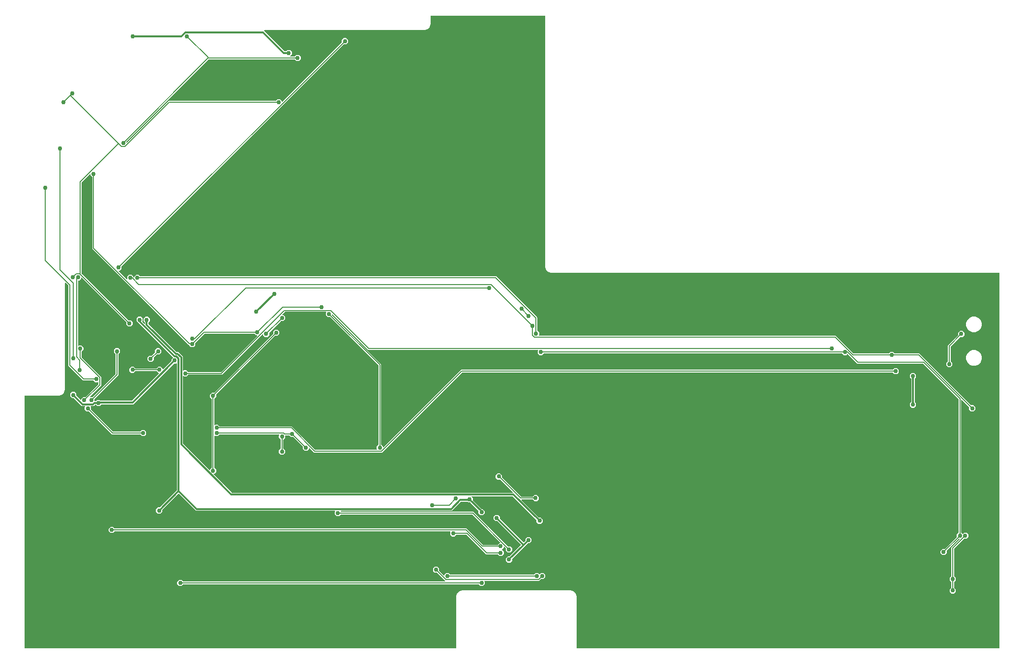
<source format=gbr>
G04 EAGLE Gerber RS-274X export*
G75*
%MOMM*%
%FSLAX34Y34*%
%LPD*%
%INBottom Copper*%
%IPPOS*%
%AMOC8*
5,1,8,0,0,1.08239X$1,22.5*%
G01*
G04 Define Apertures*
%ADD10C,0.152400*%
%ADD11C,0.756400*%
%ADD12C,0.300000*%
G36*
X755875Y12720D02*
X755578Y12660D01*
X13422Y12660D01*
X13147Y12711D01*
X12892Y12875D01*
X12720Y13125D01*
X12660Y13422D01*
X12660Y446578D01*
X12711Y446853D01*
X12875Y447108D01*
X13125Y447280D01*
X13422Y447340D01*
X72518Y447340D01*
X77171Y449267D01*
X80733Y452829D01*
X82660Y457482D01*
X82660Y641501D01*
X82707Y641765D01*
X82866Y642023D01*
X83114Y642198D01*
X83410Y642263D01*
X83708Y642208D01*
X83961Y642040D01*
X88169Y637832D01*
X88332Y637591D01*
X88392Y637293D01*
X88392Y498925D01*
X113353Y473964D01*
X130865Y473964D01*
X131151Y473908D01*
X131403Y473741D01*
X134200Y470944D01*
X138596Y470944D01*
X138907Y471255D01*
X139127Y471408D01*
X139422Y471478D01*
X139721Y471427D01*
X139976Y471264D01*
X140148Y471014D01*
X140208Y470717D01*
X140208Y467607D01*
X140152Y467321D01*
X139985Y467068D01*
X118120Y445203D01*
X117879Y445040D01*
X117581Y444980D01*
X113626Y444980D01*
X110518Y441872D01*
X110518Y441190D01*
X110471Y440927D01*
X110312Y440669D01*
X110064Y440493D01*
X109768Y440428D01*
X109470Y440484D01*
X109217Y440651D01*
X102303Y447565D01*
X102140Y447807D01*
X102080Y448104D01*
X102080Y451016D01*
X98972Y454124D01*
X94576Y454124D01*
X91468Y451016D01*
X91468Y446620D01*
X94576Y443512D01*
X97488Y443512D01*
X97774Y443456D01*
X98027Y443289D01*
X111523Y429792D01*
X116411Y429792D01*
X116674Y429745D01*
X116932Y429586D01*
X117107Y429338D01*
X117172Y429042D01*
X117117Y428744D01*
X116949Y428491D01*
X116614Y428156D01*
X116614Y423760D01*
X119722Y420652D01*
X123677Y420652D01*
X123963Y420596D01*
X124216Y420429D01*
X163645Y381000D01*
X211637Y381000D01*
X211923Y380944D01*
X212175Y380777D01*
X214972Y377980D01*
X219368Y377980D01*
X222476Y381088D01*
X222476Y385484D01*
X219368Y388592D01*
X214972Y388592D01*
X212175Y385795D01*
X211934Y385632D01*
X211637Y385572D01*
X165855Y385572D01*
X165569Y385628D01*
X165316Y385795D01*
X127449Y423662D01*
X127286Y423903D01*
X127226Y424201D01*
X127226Y428156D01*
X126891Y428491D01*
X126738Y428711D01*
X126668Y429006D01*
X126719Y429305D01*
X126882Y429560D01*
X127132Y429732D01*
X127429Y429792D01*
X132317Y429792D01*
X134379Y431855D01*
X134621Y432018D01*
X134918Y432078D01*
X135413Y432078D01*
X135699Y432022D01*
X135951Y431855D01*
X138010Y429796D01*
X142406Y429796D01*
X145227Y432617D01*
X145468Y432780D01*
X145765Y432840D01*
X200135Y432840D01*
X270019Y502725D01*
X270261Y502888D01*
X270558Y502948D01*
X273470Y502948D01*
X273805Y503283D01*
X274025Y503436D01*
X274320Y503506D01*
X274619Y503455D01*
X274874Y503292D01*
X275046Y503042D01*
X275106Y502745D01*
X275106Y285032D01*
X275050Y284746D01*
X274883Y284493D01*
X245855Y255465D01*
X245613Y255302D01*
X245316Y255242D01*
X242404Y255242D01*
X239296Y252134D01*
X239296Y247738D01*
X242404Y244630D01*
X246800Y244630D01*
X249908Y247738D01*
X249908Y250650D01*
X249964Y250936D01*
X250131Y251189D01*
X277591Y278649D01*
X277822Y278807D01*
X278118Y278872D01*
X278416Y278816D01*
X278669Y278649D01*
X308119Y249198D01*
X546941Y249198D01*
X547204Y249151D01*
X547462Y248992D01*
X547637Y248744D01*
X547702Y248448D01*
X547647Y248150D01*
X547479Y247897D01*
X547144Y247562D01*
X547144Y243166D01*
X550252Y240058D01*
X554648Y240058D01*
X557445Y242855D01*
X557686Y243018D01*
X557983Y243078D01*
X783597Y243078D01*
X783883Y243022D01*
X784136Y242855D01*
X832170Y194821D01*
X832323Y194601D01*
X832393Y194306D01*
X832342Y194007D01*
X832179Y193752D01*
X831929Y193580D01*
X831631Y193520D01*
X830668Y193520D01*
X827871Y190723D01*
X827630Y190560D01*
X827333Y190500D01*
X802887Y190500D01*
X802601Y190556D01*
X802348Y190723D01*
X774377Y218694D01*
X168601Y218694D01*
X168315Y218750D01*
X168063Y218917D01*
X165266Y221714D01*
X160870Y221714D01*
X157762Y218606D01*
X157762Y214210D01*
X160870Y211102D01*
X165266Y211102D01*
X168063Y213899D01*
X168304Y214062D01*
X168601Y214122D01*
X745799Y214122D01*
X746062Y214075D01*
X746320Y213916D01*
X746495Y213668D01*
X746560Y213372D01*
X746505Y213074D01*
X746337Y212821D01*
X746026Y212510D01*
X746026Y208114D01*
X749134Y205006D01*
X753530Y205006D01*
X756327Y207803D01*
X756568Y207966D01*
X756865Y208026D01*
X773691Y208026D01*
X773977Y207970D01*
X774230Y207803D01*
X807535Y174498D01*
X827333Y174498D01*
X827619Y174442D01*
X827871Y174275D01*
X830668Y171478D01*
X835064Y171478D01*
X838172Y174586D01*
X838172Y178982D01*
X835194Y181960D01*
X835036Y182191D01*
X834971Y182487D01*
X835026Y182785D01*
X835194Y183038D01*
X838172Y186016D01*
X838172Y186979D01*
X838219Y187243D01*
X838378Y187501D01*
X838626Y187676D01*
X838922Y187741D01*
X839220Y187686D01*
X839473Y187518D01*
X841815Y185176D01*
X841978Y184935D01*
X842038Y184637D01*
X842038Y180682D01*
X845146Y177574D01*
X849542Y177574D01*
X852650Y180682D01*
X852650Y185078D01*
X849542Y188186D01*
X845587Y188186D01*
X845301Y188242D01*
X845048Y188409D01*
X785807Y247650D01*
X557983Y247650D01*
X557697Y247706D01*
X557445Y247873D01*
X557421Y247897D01*
X557268Y248117D01*
X557198Y248412D01*
X557249Y248711D01*
X557412Y248966D01*
X557662Y249138D01*
X557959Y249198D01*
X748775Y249198D01*
X764553Y264977D01*
X764795Y265140D01*
X765092Y265200D01*
X775493Y265200D01*
X775779Y265144D01*
X776031Y264977D01*
X777328Y263680D01*
X780240Y263680D01*
X780526Y263624D01*
X780779Y263457D01*
X794571Y249665D01*
X794734Y249423D01*
X794794Y249126D01*
X794794Y244690D01*
X797902Y241582D01*
X802298Y241582D01*
X805406Y244690D01*
X805406Y249086D01*
X802298Y252194D01*
X800910Y252194D01*
X800624Y252250D01*
X800371Y252417D01*
X785055Y267733D01*
X784892Y267975D01*
X784832Y268272D01*
X784832Y271184D01*
X782973Y273043D01*
X782820Y273263D01*
X782750Y273558D01*
X782801Y273857D01*
X782964Y274112D01*
X783214Y274284D01*
X783511Y274344D01*
X853396Y274344D01*
X853682Y274288D01*
X853935Y274121D01*
X894393Y233663D01*
X894556Y233421D01*
X894616Y233124D01*
X894616Y230212D01*
X897724Y227104D01*
X902120Y227104D01*
X905228Y230212D01*
X905228Y234608D01*
X902120Y237716D01*
X899208Y237716D01*
X898922Y237772D01*
X898669Y237939D01*
X868923Y267685D01*
X868770Y267905D01*
X868701Y268200D01*
X868751Y268499D01*
X868915Y268754D01*
X869165Y268926D01*
X869462Y268986D01*
X887531Y268986D01*
X887817Y268930D01*
X888069Y268763D01*
X890866Y265966D01*
X895262Y265966D01*
X898370Y269074D01*
X898370Y273470D01*
X895262Y276578D01*
X890866Y276578D01*
X888069Y273781D01*
X887828Y273618D01*
X887531Y273558D01*
X868419Y273558D01*
X868133Y273614D01*
X867880Y273781D01*
X835347Y306314D01*
X835184Y306555D01*
X835124Y306853D01*
X835124Y310808D01*
X832016Y313916D01*
X827620Y313916D01*
X824512Y310808D01*
X824512Y306412D01*
X827620Y303304D01*
X831575Y303304D01*
X831861Y303248D01*
X832114Y303081D01*
X853502Y281693D01*
X853655Y281473D01*
X853725Y281178D01*
X853674Y280879D01*
X853511Y280624D01*
X853261Y280452D01*
X852963Y280392D01*
X370376Y280392D01*
X370090Y280448D01*
X369837Y280615D01*
X338543Y311909D01*
X338390Y312129D01*
X338321Y312424D01*
X338371Y312723D01*
X338535Y312978D01*
X338785Y313150D01*
X339082Y313210D01*
X339764Y313210D01*
X342872Y316318D01*
X342872Y320714D01*
X340075Y323511D01*
X339912Y323752D01*
X339852Y324049D01*
X339852Y377753D01*
X339899Y378016D01*
X340058Y378274D01*
X340306Y378449D01*
X340602Y378514D01*
X340900Y378459D01*
X341153Y378291D01*
X341464Y377980D01*
X345860Y377980D01*
X348657Y380777D01*
X348898Y380940D01*
X349195Y381000D01*
X450905Y381000D01*
X451168Y380953D01*
X451426Y380794D01*
X451601Y380546D01*
X451666Y380250D01*
X451611Y379952D01*
X451443Y379699D01*
X451132Y379388D01*
X451132Y374992D01*
X453929Y372195D01*
X454092Y371954D01*
X454152Y371657D01*
X454152Y356815D01*
X454096Y356529D01*
X453929Y356277D01*
X451132Y353480D01*
X451132Y349084D01*
X454240Y345976D01*
X458636Y345976D01*
X461744Y349084D01*
X461744Y353480D01*
X458947Y356277D01*
X458784Y356518D01*
X458724Y356815D01*
X458724Y371657D01*
X458780Y371943D01*
X458947Y372195D01*
X461744Y374992D01*
X461744Y378714D01*
X461795Y378989D01*
X461959Y379244D01*
X462209Y379416D01*
X462506Y379476D01*
X468431Y379476D01*
X468717Y379420D01*
X468969Y379253D01*
X471766Y376456D01*
X475721Y376456D01*
X476007Y376400D01*
X476260Y376233D01*
X492057Y360436D01*
X492220Y360195D01*
X492280Y359897D01*
X492280Y355942D01*
X495388Y352834D01*
X499784Y352834D01*
X502892Y355942D01*
X502892Y356905D01*
X502939Y357169D01*
X503098Y357427D01*
X503346Y357602D01*
X503642Y357667D01*
X503940Y357612D01*
X504193Y357444D01*
X511879Y349758D01*
X628835Y349758D01*
X766534Y487457D01*
X766775Y487620D01*
X767073Y487680D01*
X1507799Y487680D01*
X1508085Y487624D01*
X1508337Y487457D01*
X1511134Y484660D01*
X1515530Y484660D01*
X1518638Y487768D01*
X1518638Y492164D01*
X1515530Y495272D01*
X1511134Y495272D01*
X1508337Y492475D01*
X1508096Y492312D01*
X1507799Y492252D01*
X764863Y492252D01*
X631447Y358836D01*
X631227Y358683D01*
X630932Y358613D01*
X630633Y358664D01*
X630378Y358827D01*
X630206Y359077D01*
X630146Y359375D01*
X630146Y360338D01*
X627349Y363135D01*
X627186Y363376D01*
X627126Y363673D01*
X627126Y501581D01*
X542739Y585968D01*
X542576Y586209D01*
X542516Y586507D01*
X542516Y587029D01*
X542563Y587293D01*
X542722Y587551D01*
X542970Y587726D01*
X543266Y587791D01*
X543564Y587736D01*
X543817Y587568D01*
X604843Y526542D01*
X896675Y526542D01*
X896938Y526495D01*
X897196Y526336D01*
X897371Y526088D01*
X897436Y525792D01*
X897381Y525494D01*
X897213Y525241D01*
X896902Y524930D01*
X896902Y520534D01*
X900010Y517426D01*
X904406Y517426D01*
X907203Y520223D01*
X907444Y520386D01*
X907741Y520446D01*
X1420169Y520446D01*
X1420455Y520390D01*
X1420707Y520223D01*
X1423504Y517426D01*
X1427900Y517426D01*
X1429585Y519111D01*
X1429815Y519269D01*
X1430111Y519334D01*
X1430409Y519278D01*
X1430662Y519111D01*
X1446853Y502920D01*
X1560075Y502920D01*
X1560361Y502864D01*
X1560614Y502697D01*
X1621313Y441998D01*
X1621476Y441757D01*
X1621536Y441459D01*
X1621536Y212035D01*
X1621480Y211749D01*
X1621313Y211497D01*
X1618516Y208700D01*
X1618516Y204745D01*
X1618460Y204459D01*
X1618293Y204206D01*
X1597924Y183837D01*
X1597683Y183674D01*
X1597385Y183614D01*
X1593430Y183614D01*
X1590322Y180506D01*
X1590322Y176110D01*
X1593430Y173002D01*
X1597826Y173002D01*
X1600934Y176110D01*
X1600934Y180065D01*
X1600990Y180351D01*
X1601157Y180604D01*
X1621526Y200973D01*
X1621767Y201136D01*
X1622065Y201196D01*
X1622587Y201196D01*
X1622851Y201149D01*
X1623109Y200990D01*
X1623284Y200742D01*
X1623349Y200446D01*
X1623294Y200148D01*
X1623126Y199895D01*
X1609344Y186113D01*
X1609344Y137359D01*
X1609288Y137073D01*
X1609121Y136821D01*
X1606324Y134024D01*
X1606324Y129628D01*
X1609121Y126831D01*
X1609284Y126590D01*
X1609344Y126293D01*
X1609344Y117547D01*
X1609288Y117261D01*
X1609121Y117009D01*
X1606324Y114212D01*
X1606324Y109816D01*
X1609432Y106708D01*
X1613828Y106708D01*
X1616936Y109816D01*
X1616936Y114212D01*
X1614139Y117009D01*
X1613976Y117250D01*
X1613916Y117547D01*
X1613916Y126293D01*
X1613972Y126579D01*
X1614139Y126831D01*
X1616936Y129628D01*
X1616936Y134024D01*
X1614139Y136821D01*
X1613976Y137062D01*
X1613916Y137359D01*
X1613916Y183903D01*
X1613972Y184189D01*
X1614139Y184442D01*
X1630670Y200973D01*
X1630911Y201136D01*
X1631209Y201196D01*
X1635164Y201196D01*
X1638272Y204304D01*
X1638272Y208700D01*
X1635164Y211808D01*
X1630768Y211808D01*
X1628933Y209973D01*
X1628702Y209815D01*
X1628406Y209750D01*
X1628108Y209805D01*
X1627855Y209973D01*
X1626331Y211497D01*
X1626168Y211738D01*
X1626108Y212035D01*
X1626108Y439935D01*
X1626155Y440199D01*
X1626314Y440457D01*
X1626562Y440632D01*
X1626858Y440697D01*
X1627156Y440642D01*
X1627409Y440474D01*
X1639629Y428254D01*
X1639792Y428013D01*
X1639852Y427715D01*
X1639852Y423760D01*
X1642960Y420652D01*
X1647356Y420652D01*
X1650464Y423760D01*
X1650464Y428156D01*
X1647356Y431264D01*
X1643401Y431264D01*
X1643115Y431320D01*
X1642862Y431487D01*
X1553903Y520446D01*
X1512007Y520446D01*
X1511721Y520502D01*
X1511469Y520669D01*
X1508672Y523466D01*
X1504276Y523466D01*
X1501479Y520669D01*
X1501238Y520506D01*
X1500941Y520446D01*
X1440681Y520446D01*
X1440395Y520502D01*
X1440142Y520669D01*
X1409885Y550926D01*
X899359Y550926D01*
X899096Y550973D01*
X898838Y551132D01*
X898663Y551380D01*
X898598Y551676D01*
X898653Y551974D01*
X898821Y552227D01*
X899132Y552538D01*
X899132Y556934D01*
X896335Y559731D01*
X896172Y559972D01*
X896112Y560269D01*
X896112Y582353D01*
X825431Y653034D01*
X212797Y653034D01*
X212511Y653090D01*
X212259Y653257D01*
X209462Y656054D01*
X205066Y656054D01*
X201958Y652946D01*
X201958Y651983D01*
X201911Y651719D01*
X201752Y651461D01*
X201504Y651286D01*
X201208Y651221D01*
X200910Y651276D01*
X200657Y651444D01*
X200601Y651500D01*
X200438Y651741D01*
X200378Y652039D01*
X200378Y652946D01*
X197270Y656054D01*
X192874Y656054D01*
X189766Y652946D01*
X189766Y648935D01*
X189719Y648671D01*
X189560Y648413D01*
X189312Y648238D01*
X189016Y648173D01*
X188718Y648228D01*
X188465Y648396D01*
X175194Y661667D01*
X175041Y661887D01*
X174971Y662182D01*
X175022Y662481D01*
X175185Y662736D01*
X175435Y662908D01*
X175733Y662968D01*
X176696Y662968D01*
X179804Y666076D01*
X179804Y670031D01*
X179860Y670317D01*
X180027Y670570D01*
X562346Y1052889D01*
X562587Y1053052D01*
X562885Y1053112D01*
X566840Y1053112D01*
X569948Y1056220D01*
X569948Y1060616D01*
X566840Y1063724D01*
X562444Y1063724D01*
X559336Y1060616D01*
X559336Y1056661D01*
X559280Y1056375D01*
X559113Y1056122D01*
X456949Y953958D01*
X456729Y953805D01*
X456434Y953735D01*
X456135Y953786D01*
X455880Y953949D01*
X455708Y954199D01*
X455648Y954497D01*
X455648Y955460D01*
X452540Y958568D01*
X448144Y958568D01*
X445347Y955771D01*
X445106Y955608D01*
X444809Y955548D01*
X261181Y955548D01*
X189487Y883854D01*
X189267Y883701D01*
X188972Y883631D01*
X188673Y883682D01*
X188418Y883845D01*
X188246Y884095D01*
X188186Y884393D01*
X188186Y884915D01*
X188242Y885201D01*
X188409Y885454D01*
X329908Y1026953D01*
X330149Y1027116D01*
X330447Y1027176D01*
X477575Y1027176D01*
X477861Y1027120D01*
X478113Y1026953D01*
X480910Y1024156D01*
X485306Y1024156D01*
X488414Y1027264D01*
X488414Y1031660D01*
X485306Y1034768D01*
X480910Y1034768D01*
X478113Y1031971D01*
X477872Y1031808D01*
X477575Y1031748D01*
X471115Y1031748D01*
X470852Y1031795D01*
X470594Y1031954D01*
X470419Y1032202D01*
X470354Y1032498D01*
X470409Y1032796D01*
X470577Y1033049D01*
X473174Y1035646D01*
X473174Y1040042D01*
X470066Y1043150D01*
X465670Y1043150D01*
X463611Y1041091D01*
X463370Y1040928D01*
X463073Y1040868D01*
X461054Y1040868D01*
X460768Y1040924D01*
X460515Y1041091D01*
X425567Y1076039D01*
X425414Y1076259D01*
X425345Y1076554D01*
X425395Y1076853D01*
X425559Y1077108D01*
X425809Y1077280D01*
X426106Y1077340D01*
X702518Y1077340D01*
X707171Y1079267D01*
X710733Y1082829D01*
X712660Y1087482D01*
X712660Y1101578D01*
X712711Y1101853D01*
X712875Y1102108D01*
X713125Y1102280D01*
X713422Y1102340D01*
X908578Y1102340D01*
X908853Y1102289D01*
X909108Y1102125D01*
X909280Y1101875D01*
X909340Y1101578D01*
X909340Y669482D01*
X911267Y664829D01*
X914829Y661267D01*
X919482Y659340D01*
X1691578Y659340D01*
X1691853Y659289D01*
X1692108Y659125D01*
X1692280Y658875D01*
X1692340Y658578D01*
X1692340Y13422D01*
X1692289Y13147D01*
X1692125Y12892D01*
X1691875Y12720D01*
X1691578Y12660D01*
X964422Y12660D01*
X964147Y12711D01*
X963892Y12875D01*
X963720Y13125D01*
X963660Y13422D01*
X963660Y102518D01*
X961733Y107171D01*
X958171Y110733D01*
X953518Y112660D01*
X766482Y112660D01*
X761829Y110733D01*
X758267Y107171D01*
X756340Y102518D01*
X756340Y13422D01*
X756289Y13147D01*
X756125Y12892D01*
X755875Y12720D01*
G37*
%LPC*%
G36*
X1645373Y557090D02*
X1650707Y557090D01*
X1655636Y559132D01*
X1659408Y562904D01*
X1661450Y567833D01*
X1661450Y573167D01*
X1659408Y578096D01*
X1655636Y581868D01*
X1650707Y583910D01*
X1645373Y583910D01*
X1640444Y581868D01*
X1636672Y578096D01*
X1634630Y573167D01*
X1634630Y567833D01*
X1636672Y562904D01*
X1640444Y559132D01*
X1645373Y557090D01*
G37*
G36*
X1603336Y496852D02*
X1607732Y496852D01*
X1610840Y499960D01*
X1610840Y504356D01*
X1608043Y507153D01*
X1607880Y507394D01*
X1607820Y507691D01*
X1607820Y532137D01*
X1607876Y532423D01*
X1608043Y532676D01*
X1623812Y548445D01*
X1624053Y548608D01*
X1624351Y548668D01*
X1628306Y548668D01*
X1631414Y551776D01*
X1631414Y556172D01*
X1628306Y559280D01*
X1623910Y559280D01*
X1620802Y556172D01*
X1620802Y552217D01*
X1620746Y551931D01*
X1620579Y551678D01*
X1603248Y534347D01*
X1603248Y507691D01*
X1603192Y507405D01*
X1603025Y507153D01*
X1600228Y504356D01*
X1600228Y499960D01*
X1603336Y496852D01*
G37*
G36*
X1645373Y499290D02*
X1650707Y499290D01*
X1655636Y501332D01*
X1659408Y505104D01*
X1661450Y510033D01*
X1661450Y515367D01*
X1659408Y520296D01*
X1655636Y524068D01*
X1650707Y526110D01*
X1645373Y526110D01*
X1640444Y524068D01*
X1636672Y520296D01*
X1634630Y515367D01*
X1634630Y510033D01*
X1636672Y505104D01*
X1640444Y501332D01*
X1645373Y499290D01*
G37*
G36*
X1540852Y426748D02*
X1545248Y426748D01*
X1548356Y429856D01*
X1548356Y434252D01*
X1546297Y436311D01*
X1546134Y436552D01*
X1546074Y436849D01*
X1546074Y476789D01*
X1546130Y477075D01*
X1546297Y477327D01*
X1548356Y479386D01*
X1548356Y483782D01*
X1545248Y486890D01*
X1540852Y486890D01*
X1537744Y483782D01*
X1537744Y479386D01*
X1539803Y477327D01*
X1539966Y477086D01*
X1540026Y476789D01*
X1540026Y436849D01*
X1539970Y436563D01*
X1539803Y436311D01*
X1537744Y434252D01*
X1537744Y429856D01*
X1540852Y426748D01*
G37*
G36*
X845146Y160048D02*
X849542Y160048D01*
X852650Y163156D01*
X852650Y166068D01*
X852706Y166354D01*
X852873Y166607D01*
X879619Y193353D01*
X879861Y193516D01*
X880158Y193576D01*
X883070Y193576D01*
X886178Y196684D01*
X886178Y201080D01*
X883070Y204188D01*
X878674Y204188D01*
X875566Y201080D01*
X875566Y198168D01*
X875510Y197882D01*
X875343Y197629D01*
X873029Y195315D01*
X872798Y195157D01*
X872502Y195092D01*
X872204Y195148D01*
X871951Y195315D01*
X831537Y235729D01*
X831374Y235971D01*
X831314Y236268D01*
X831314Y239180D01*
X828206Y242288D01*
X823810Y242288D01*
X820702Y239180D01*
X820702Y234784D01*
X823810Y231676D01*
X826722Y231676D01*
X827008Y231620D01*
X827261Y231453D01*
X867675Y191039D01*
X867833Y190808D01*
X867898Y190512D01*
X867842Y190214D01*
X867675Y189961D01*
X848597Y170883D01*
X848355Y170720D01*
X848058Y170660D01*
X845146Y170660D01*
X842038Y167552D01*
X842038Y163156D01*
X845146Y160048D01*
G37*
G36*
X278980Y119662D02*
X283376Y119662D01*
X286173Y122459D01*
X286414Y122622D01*
X286711Y122682D01*
X794567Y122682D01*
X794853Y122626D01*
X795105Y122459D01*
X797902Y119662D01*
X802298Y119662D01*
X805406Y122770D01*
X805406Y127166D01*
X805095Y127477D01*
X804942Y127697D01*
X804872Y127992D01*
X804923Y128291D01*
X805086Y128546D01*
X805336Y128718D01*
X805633Y128778D01*
X899345Y128778D01*
X902198Y131631D01*
X902439Y131794D01*
X902737Y131854D01*
X906692Y131854D01*
X909800Y134962D01*
X909800Y139358D01*
X906692Y142466D01*
X902296Y142466D01*
X900461Y140631D01*
X900230Y140473D01*
X899934Y140408D01*
X899636Y140463D01*
X899383Y140631D01*
X897548Y142466D01*
X893152Y142466D01*
X890355Y139669D01*
X890114Y139506D01*
X889817Y139446D01*
X746959Y139446D01*
X746673Y139502D01*
X746421Y139669D01*
X743624Y142466D01*
X739228Y142466D01*
X736120Y139358D01*
X736120Y138395D01*
X736073Y138131D01*
X735914Y137873D01*
X735666Y137698D01*
X735370Y137633D01*
X735072Y137688D01*
X734819Y137856D01*
X727143Y145532D01*
X726980Y145773D01*
X726920Y146071D01*
X726920Y150026D01*
X723812Y153134D01*
X719416Y153134D01*
X716308Y150026D01*
X716308Y145630D01*
X719416Y142522D01*
X723371Y142522D01*
X723657Y142466D01*
X723910Y142299D01*
X737654Y128555D01*
X737807Y128335D01*
X737877Y128040D01*
X737826Y127741D01*
X737663Y127486D01*
X737413Y127314D01*
X737115Y127254D01*
X286711Y127254D01*
X286425Y127310D01*
X286173Y127477D01*
X283376Y130274D01*
X278980Y130274D01*
X275872Y127166D01*
X275872Y122770D01*
X278980Y119662D01*
G37*
%LPD*%
G36*
X135710Y438186D02*
X135413Y438126D01*
X134084Y438126D01*
X133809Y438177D01*
X133554Y438341D01*
X133382Y438591D01*
X133322Y438888D01*
X133322Y441431D01*
X133378Y441717D01*
X133545Y441970D01*
X174498Y482923D01*
X174498Y518723D01*
X174554Y519009D01*
X174721Y519261D01*
X177518Y522058D01*
X177518Y526454D01*
X174410Y529562D01*
X170014Y529562D01*
X166906Y526454D01*
X166906Y522058D01*
X169703Y519261D01*
X169866Y519020D01*
X169926Y518723D01*
X169926Y485133D01*
X169870Y484847D01*
X169703Y484594D01*
X130312Y445203D01*
X130071Y445040D01*
X129773Y444980D01*
X126203Y444980D01*
X125939Y445027D01*
X125681Y445186D01*
X125506Y445434D01*
X125441Y445730D01*
X125496Y446028D01*
X125664Y446281D01*
X144780Y465397D01*
X144780Y480245D01*
X111475Y513550D01*
X111312Y513791D01*
X111252Y514089D01*
X111252Y523295D01*
X111308Y523581D01*
X111475Y523833D01*
X114272Y526630D01*
X114272Y531026D01*
X111164Y534134D01*
X106768Y534134D01*
X106457Y533823D01*
X106237Y533670D01*
X105942Y533600D01*
X105643Y533651D01*
X105388Y533814D01*
X105216Y534064D01*
X105156Y534361D01*
X105156Y645442D01*
X105207Y645717D01*
X105371Y645972D01*
X105621Y646144D01*
X105918Y646204D01*
X107354Y646204D01*
X110462Y649312D01*
X110462Y650275D01*
X110509Y650539D01*
X110668Y650797D01*
X110916Y650972D01*
X111212Y651037D01*
X111510Y650982D01*
X111763Y650814D01*
X188019Y574558D01*
X188182Y574317D01*
X188242Y574019D01*
X188242Y570064D01*
X191350Y566956D01*
X195746Y566956D01*
X198854Y570064D01*
X198854Y574460D01*
X195746Y577568D01*
X191791Y577568D01*
X191505Y577624D01*
X191252Y577791D01*
X111475Y657568D01*
X111312Y657809D01*
X111252Y658107D01*
X111252Y814839D01*
X111308Y815125D01*
X111475Y815378D01*
X125219Y829122D01*
X125439Y829275D01*
X125734Y829345D01*
X126033Y829294D01*
X126288Y829131D01*
X126460Y828881D01*
X126520Y828583D01*
X126520Y827620D01*
X129317Y824823D01*
X129480Y824582D01*
X129540Y824285D01*
X129540Y700855D01*
X295471Y534924D01*
X295684Y534924D01*
X295959Y534873D01*
X296214Y534709D01*
X296386Y534459D01*
X296424Y534273D01*
X299554Y531142D01*
X303950Y531142D01*
X307058Y534250D01*
X307058Y538205D01*
X307114Y538491D01*
X307281Y538744D01*
X323050Y554513D01*
X323291Y554676D01*
X323589Y554736D01*
X408233Y554736D01*
X408519Y554680D01*
X408771Y554513D01*
X411568Y551716D01*
X412531Y551716D01*
X412795Y551669D01*
X413053Y551510D01*
X413228Y551262D01*
X413293Y550966D01*
X413238Y550668D01*
X413070Y550415D01*
X351320Y488665D01*
X351079Y488502D01*
X350781Y488442D01*
X295093Y488442D01*
X294807Y488498D01*
X294555Y488665D01*
X291758Y491462D01*
X287362Y491462D01*
X287027Y491127D01*
X286807Y490974D01*
X286512Y490904D01*
X286213Y490955D01*
X285958Y491118D01*
X285786Y491368D01*
X285726Y491665D01*
X285726Y514841D01*
X277859Y522708D01*
X275126Y522708D01*
X274840Y522764D01*
X274587Y522931D01*
X226513Y571005D01*
X226350Y571247D01*
X226290Y571544D01*
X226290Y573563D01*
X226346Y573849D01*
X226513Y574101D01*
X228572Y576160D01*
X228572Y580556D01*
X225464Y583664D01*
X221068Y583664D01*
X217960Y580556D01*
X217960Y576160D01*
X220019Y574101D01*
X220182Y573860D01*
X220242Y573563D01*
X220242Y572258D01*
X220195Y571995D01*
X220036Y571737D01*
X219788Y571561D01*
X219492Y571496D01*
X219194Y571552D01*
X218941Y571719D01*
X215979Y574682D01*
X215821Y574912D01*
X215756Y575208D01*
X215812Y575506D01*
X215979Y575759D01*
X216380Y576160D01*
X216380Y580556D01*
X213272Y583664D01*
X208876Y583664D01*
X205768Y580556D01*
X205768Y576160D01*
X208909Y573019D01*
X209026Y572996D01*
X209279Y572829D01*
X210045Y572063D01*
X268272Y513835D01*
X268430Y513605D01*
X268495Y513309D01*
X268440Y513011D01*
X268272Y512758D01*
X265966Y510452D01*
X265966Y507540D01*
X265910Y507254D01*
X265743Y507001D01*
X251971Y493229D01*
X251751Y493076D01*
X251456Y493007D01*
X251157Y493057D01*
X250902Y493221D01*
X250730Y493471D01*
X250670Y493768D01*
X250670Y494450D01*
X247562Y497558D01*
X243166Y497558D01*
X240369Y494761D01*
X240128Y494598D01*
X239831Y494538D01*
X204415Y494538D01*
X204129Y494594D01*
X203877Y494761D01*
X201080Y497558D01*
X196684Y497558D01*
X193576Y494450D01*
X193576Y490054D01*
X196684Y486946D01*
X201080Y486946D01*
X203877Y489743D01*
X204118Y489906D01*
X204415Y489966D01*
X239831Y489966D01*
X240117Y489910D01*
X240369Y489743D01*
X243166Y486946D01*
X243848Y486946D01*
X244111Y486899D01*
X244369Y486740D01*
X244545Y486492D01*
X244610Y486196D01*
X244554Y485898D01*
X244387Y485645D01*
X197853Y439111D01*
X197611Y438948D01*
X197314Y438888D01*
X144241Y438888D01*
X143955Y438944D01*
X143703Y439111D01*
X142406Y440408D01*
X138010Y440408D01*
X135951Y438349D01*
X135710Y438186D01*
G37*
%LPC*%
G36*
X227926Y505996D02*
X232322Y505996D01*
X235430Y509104D01*
X235430Y513059D01*
X235486Y513345D01*
X235653Y513598D01*
X240782Y518727D01*
X241023Y518890D01*
X241321Y518950D01*
X245276Y518950D01*
X248384Y522058D01*
X248384Y526454D01*
X245276Y529562D01*
X240880Y529562D01*
X237772Y526454D01*
X237772Y522499D01*
X237716Y522213D01*
X237549Y521960D01*
X232420Y516831D01*
X232179Y516668D01*
X231881Y516608D01*
X227926Y516608D01*
X224818Y513500D01*
X224818Y509104D01*
X227926Y505996D01*
G37*
%LPD*%
G36*
X331806Y319335D02*
X331510Y319270D01*
X331212Y319326D01*
X330959Y319493D01*
X285949Y364503D01*
X285786Y364745D01*
X285726Y365042D01*
X285726Y480647D01*
X285773Y480910D01*
X285932Y481168D01*
X286180Y481343D01*
X286476Y481408D01*
X286774Y481353D01*
X287027Y481185D01*
X287362Y480850D01*
X291758Y480850D01*
X294555Y483647D01*
X294796Y483810D01*
X295093Y483870D01*
X352991Y483870D01*
X422399Y553278D01*
X422619Y553431D01*
X422914Y553501D01*
X423213Y553450D01*
X423468Y553287D01*
X423640Y553037D01*
X423700Y552739D01*
X423700Y551776D01*
X426808Y548668D01*
X431204Y548668D01*
X434312Y551776D01*
X434312Y555731D01*
X434368Y556017D01*
X434535Y556270D01*
X454142Y575877D01*
X454383Y576040D01*
X454681Y576100D01*
X458636Y576100D01*
X461744Y579208D01*
X461744Y583604D01*
X458636Y586712D01*
X457673Y586712D01*
X457409Y586759D01*
X457151Y586918D01*
X456976Y587166D01*
X456911Y587462D01*
X456966Y587760D01*
X457134Y588013D01*
X460972Y591851D01*
X461213Y592014D01*
X461511Y592074D01*
X531677Y592074D01*
X531940Y592027D01*
X532198Y591868D01*
X532373Y591620D01*
X532438Y591324D01*
X532383Y591026D01*
X532215Y590773D01*
X531904Y590462D01*
X531904Y586066D01*
X535012Y582958D01*
X538967Y582958D01*
X539253Y582902D01*
X539506Y582735D01*
X622331Y499910D01*
X622494Y499669D01*
X622554Y499371D01*
X622554Y363673D01*
X622498Y363387D01*
X622331Y363135D01*
X619534Y360338D01*
X619534Y355942D01*
X619845Y355631D01*
X619998Y355411D01*
X620068Y355116D01*
X620017Y354817D01*
X619854Y354562D01*
X619604Y354390D01*
X619307Y354330D01*
X514089Y354330D01*
X513803Y354386D01*
X513550Y354553D01*
X473387Y394716D01*
X349195Y394716D01*
X348909Y394772D01*
X348657Y394939D01*
X345860Y397736D01*
X341464Y397736D01*
X341153Y397425D01*
X340933Y397272D01*
X340638Y397202D01*
X340339Y397253D01*
X340084Y397416D01*
X339912Y397666D01*
X339852Y397963D01*
X339852Y441761D01*
X339908Y442047D01*
X340075Y442299D01*
X342872Y445096D01*
X342872Y449051D01*
X342928Y449337D01*
X343095Y449590D01*
X444236Y550731D01*
X444477Y550894D01*
X444775Y550954D01*
X448730Y550954D01*
X451838Y554062D01*
X451838Y558458D01*
X448730Y561566D01*
X444334Y561566D01*
X441226Y558458D01*
X441226Y554503D01*
X441170Y554217D01*
X441003Y553964D01*
X339862Y452823D01*
X339621Y452660D01*
X339323Y452600D01*
X335368Y452600D01*
X332260Y449492D01*
X332260Y445096D01*
X335057Y442299D01*
X335220Y442058D01*
X335280Y441761D01*
X335280Y324049D01*
X335224Y323763D01*
X335057Y323511D01*
X332260Y320714D01*
X332260Y320032D01*
X332213Y319769D01*
X332054Y319511D01*
X331806Y319335D01*
G37*
D10*
X490728Y1038606D02*
X490728Y1051560D01*
X455676Y1051560D01*
X490728Y1051560D02*
X490728Y1052322D01*
X348996Y538734D02*
X335280Y538734D01*
X313182Y538734D01*
X304800Y530352D01*
X272796Y530352D01*
X843534Y143256D02*
X880872Y143256D01*
X909066Y171450D02*
X909066Y304038D01*
X909066Y171450D02*
X880872Y143256D01*
X784098Y196596D02*
X779526Y196596D01*
X809625Y171069D02*
X837438Y143256D01*
X809625Y171069D02*
X784098Y196596D01*
X837438Y143256D02*
X843534Y143256D01*
X897636Y315468D02*
X897636Y393954D01*
X897636Y315468D02*
X909066Y304038D01*
X809625Y171069D02*
X781812Y143256D01*
X1587246Y99822D02*
X1603248Y99822D01*
X1561338Y476250D02*
X1561338Y496062D01*
X1558290Y499110D02*
X1513332Y499110D01*
X1558290Y499110D02*
X1561338Y496062D01*
X1208532Y393954D02*
X897636Y393954D01*
X618744Y418338D02*
X490728Y418338D01*
D11*
X490728Y1052322D03*
X490728Y1038606D03*
X455676Y1051560D03*
X335280Y538734D03*
X348996Y538734D03*
X272796Y530352D03*
X843534Y143256D03*
X880872Y143256D03*
X909066Y304038D03*
X779526Y196596D03*
X897636Y393954D03*
X781812Y143256D03*
X1603248Y99822D03*
X1587246Y99822D03*
X1561338Y496062D03*
X1561338Y476250D03*
X1513332Y499110D03*
X1208532Y393954D03*
X490728Y418338D03*
X618744Y418338D03*
D12*
X1543050Y432054D02*
X1543050Y481584D01*
D11*
X1543050Y432054D03*
X1543050Y481584D03*
D10*
X1605534Y502158D02*
X1605534Y533400D01*
X1626108Y553974D01*
D11*
X1605534Y502158D03*
X1626108Y553974D03*
D10*
X1513332Y489966D02*
X765810Y489966D01*
X627888Y352044D01*
X512826Y352044D01*
X472440Y392430D01*
X343662Y392430D01*
D11*
X1513332Y489966D03*
X343662Y392430D03*
D10*
X605790Y528828D02*
X1403604Y528828D01*
X605790Y528828D02*
X540258Y594360D01*
X460248Y594360D01*
X352044Y486156D01*
X289560Y486156D01*
D11*
X1403604Y528828D03*
X289560Y486156D03*
D12*
X282702Y1066800D02*
X198882Y1066800D01*
X282702Y1066800D02*
X289560Y1073658D01*
X423672Y1073658D01*
X459486Y1037844D01*
X467868Y1037844D01*
X140208Y435102D02*
X133350Y435102D01*
X131064Y432816D01*
X112776Y432816D01*
X96774Y448818D01*
X140970Y435864D02*
X198882Y435864D01*
X271272Y508254D01*
X140970Y435864D02*
X140208Y435102D01*
X411480Y592074D02*
X442722Y623316D01*
D11*
X198882Y1066800D03*
X467868Y1037844D03*
X140208Y435102D03*
X96774Y448818D03*
X271272Y508254D03*
X442722Y623316D03*
X411480Y592074D03*
D10*
X473964Y381762D02*
X497586Y358140D01*
X96774Y512064D02*
X96774Y641604D01*
X73914Y664464D01*
X73914Y873252D01*
X461010Y381762D02*
X473964Y381762D01*
X461010Y381762D02*
X459486Y383286D01*
X343662Y383286D01*
X217170Y383286D02*
X164592Y383286D01*
X121920Y425958D01*
D11*
X497586Y358140D03*
X473964Y381762D03*
X96774Y512064D03*
X73914Y873252D03*
X343662Y383286D03*
X217170Y383286D03*
X121920Y425958D03*
D10*
X808482Y176784D02*
X832866Y176784D01*
X808482Y176784D02*
X774954Y210312D01*
X751332Y210312D01*
X413766Y557022D02*
X322326Y557022D01*
X301752Y536448D01*
X131826Y701802D02*
X131826Y829818D01*
X131826Y701802D02*
X296418Y537210D01*
X301752Y537210D01*
X301752Y536448D01*
X457200Y600456D02*
X524256Y600456D01*
X457200Y600456D02*
X413766Y557022D01*
X624840Y500634D02*
X624840Y358140D01*
X624840Y500634D02*
X537210Y588264D01*
D11*
X832866Y176784D03*
X751332Y210312D03*
X413766Y557022D03*
X301752Y536448D03*
X131826Y829818D03*
X524256Y600456D03*
X624840Y358140D03*
X537210Y588264D03*
D10*
X456438Y581406D02*
X429006Y553974D01*
X784860Y245364D02*
X847344Y182880D01*
X784860Y245364D02*
X552450Y245364D01*
X48768Y680466D02*
X48768Y806196D01*
X48768Y680466D02*
X90678Y638556D01*
X90678Y499872D01*
X114300Y476250D01*
X136398Y476250D01*
X456438Y377190D02*
X456438Y351282D01*
D11*
X456438Y581406D03*
X429006Y553974D03*
X847344Y182880D03*
X552450Y245364D03*
X48768Y806196D03*
X136398Y476250D03*
X456438Y377190D03*
X456438Y351282D03*
D10*
X108585Y657225D02*
X108204Y657606D01*
X108585Y657225D02*
X193548Y572262D01*
X108204Y657606D02*
X102108Y657606D01*
X96012Y651510D01*
X91821Y965073D02*
X95250Y968502D01*
X91821Y965073D02*
X80010Y953262D01*
X262128Y953262D02*
X450342Y953262D01*
X262128Y953262D02*
X185928Y877062D01*
X179832Y877062D01*
X174879Y882015D02*
X91821Y965073D01*
X174879Y882015D02*
X179832Y877062D01*
X108966Y816102D02*
X108966Y657606D01*
X108966Y816102D02*
X174879Y882015D01*
X108966Y657606D02*
X108585Y657225D01*
D11*
X193548Y572262D03*
X96012Y651510D03*
X80010Y953262D03*
X95250Y968502D03*
X450342Y953262D03*
D10*
X564642Y1058418D02*
X174498Y668274D01*
D11*
X174498Y668274D03*
X564642Y1058418D03*
D12*
X223266Y578358D02*
X223266Y569976D01*
X273558Y519684D01*
X276606Y519684D01*
X282702Y513588D01*
X282702Y363474D01*
X368808Y277368D01*
X854964Y277368D01*
X899922Y232410D01*
D11*
X223266Y578358D03*
X899922Y232410D03*
D12*
X800100Y246888D02*
X800100Y248412D01*
X779526Y268986D01*
X211074Y575310D02*
X211074Y578358D01*
X211074Y575310D02*
X271272Y515112D01*
X274320Y515112D01*
X278130Y511302D01*
X278130Y283464D01*
X244602Y249936D01*
X763524Y268224D02*
X778764Y268224D01*
X763524Y268224D02*
X747522Y252222D01*
X309372Y252222D01*
X278130Y283464D01*
X778764Y268224D02*
X779526Y268986D01*
D11*
X800100Y246888D03*
X779526Y268986D03*
X211074Y578358D03*
X244602Y249936D03*
D10*
X1425702Y522732D02*
X1430274Y522732D01*
X1447800Y505206D01*
X1561338Y505206D01*
X1623822Y442722D01*
X1623822Y206502D01*
X1595628Y178308D01*
X824484Y650748D02*
X207264Y650748D01*
X824484Y650748D02*
X893826Y581406D01*
X893826Y554736D01*
X902208Y522732D02*
X1425702Y522732D01*
D11*
X1425702Y522732D03*
X1623822Y206502D03*
X1595628Y178308D03*
X207264Y650748D03*
X893826Y554736D03*
X902208Y522732D03*
D10*
X1611630Y131826D02*
X1611630Y112014D01*
X1552956Y518160D02*
X1506474Y518160D01*
X1552956Y518160D02*
X1645158Y425958D01*
X1611630Y185166D02*
X1611630Y131826D01*
X1611630Y185166D02*
X1632966Y206502D01*
X198120Y650748D02*
X195072Y650748D01*
X198120Y650748D02*
X209550Y639318D01*
X816102Y639318D01*
X887730Y567690D01*
X1439418Y518160D02*
X1506474Y518160D01*
X1439418Y518160D02*
X1408938Y548640D01*
X890778Y548640D01*
X887730Y551688D01*
X887730Y567690D01*
D11*
X1611630Y112014D03*
X1611630Y131826D03*
X1506474Y518160D03*
X1645158Y425958D03*
X1632966Y206502D03*
X195072Y650748D03*
X887730Y567690D03*
D10*
X800100Y124968D02*
X281178Y124968D01*
X172212Y483870D02*
X172212Y524256D01*
X172212Y483870D02*
X128016Y439674D01*
D11*
X800100Y124968D03*
X281178Y124968D03*
X172212Y524256D03*
X128016Y439674D03*
D10*
X329946Y1029462D02*
X483108Y1029462D01*
X329565Y1029843D02*
X292608Y1066800D01*
X329565Y1029843D02*
X329946Y1029462D01*
X108204Y509016D02*
X108204Y491490D01*
X108204Y509016D02*
X102870Y514350D01*
X102870Y649224D01*
X105156Y651510D01*
X182880Y883158D02*
X329565Y1029843D01*
D11*
X483108Y1029462D03*
X292608Y1066800D03*
X108204Y491490D03*
X105156Y651510D03*
X182880Y883158D03*
D10*
X868680Y597408D02*
X880872Y585216D01*
X245364Y492252D02*
X198882Y492252D01*
X337566Y447294D02*
X337566Y318516D01*
X337566Y447294D02*
X446532Y556260D01*
D11*
X880872Y585216D03*
X868680Y597408D03*
X198882Y492252D03*
X245364Y492252D03*
X337566Y447294D03*
X337566Y318516D03*
X446532Y556260D03*
D10*
X243078Y524256D02*
X230124Y511302D01*
X301752Y545592D02*
X306324Y545592D01*
X393954Y633222D01*
X813054Y633222D01*
D11*
X230124Y511302D03*
X243078Y524256D03*
X301752Y545592D03*
X813054Y633222D03*
D10*
X108966Y528828D02*
X108966Y512826D01*
X142494Y479298D01*
X142494Y466344D01*
X115824Y439674D01*
D11*
X108966Y528828D03*
X115824Y439674D03*
D10*
X801624Y188214D02*
X832866Y188214D01*
X801624Y188214D02*
X773430Y216408D01*
X163068Y216408D01*
D11*
X832866Y188214D03*
X163068Y216408D03*
D12*
X847344Y165354D02*
X872490Y190500D01*
X880872Y198882D01*
X872490Y190500D02*
X826008Y236982D01*
D11*
X880872Y198882D03*
X847344Y165354D03*
X826008Y236982D03*
D10*
X744474Y259080D02*
X714756Y259080D01*
X744474Y259080D02*
X755904Y270510D01*
X867156Y271272D02*
X893064Y271272D01*
X867156Y271272D02*
X829818Y308610D01*
D11*
X714756Y259080D03*
X755904Y270510D03*
X893064Y271272D03*
X829818Y308610D03*
D10*
X904494Y137160D02*
X898398Y131064D01*
X738378Y131064D01*
X721614Y147828D01*
D11*
X904494Y137160D03*
X721614Y147828D03*
D10*
X741426Y137160D02*
X895350Y137160D01*
D11*
X895350Y137160D03*
X741426Y137160D03*
M02*

</source>
